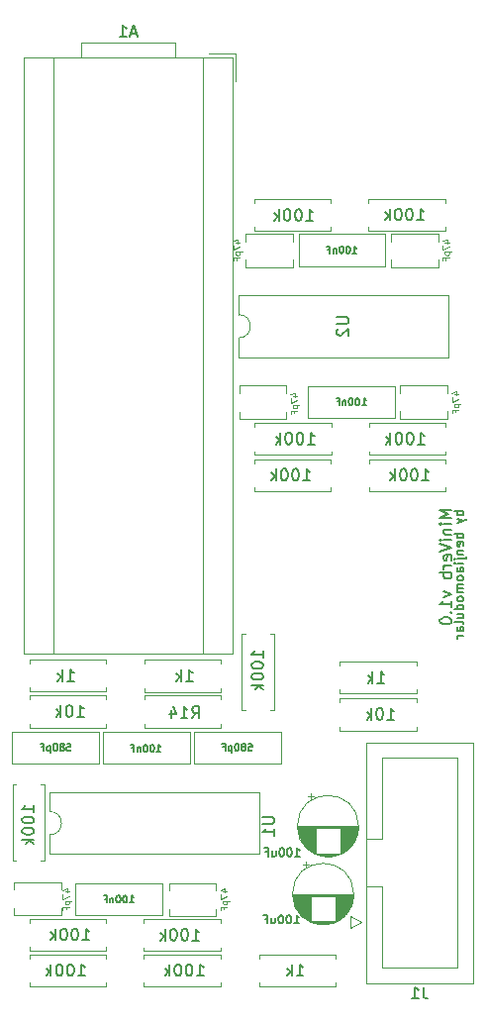
<source format=gbr>
%TF.GenerationSoftware,KiCad,Pcbnew,6.0.9+dfsg-1~bpo11+1*%
%TF.CreationDate,2023-01-13T02:31:34+08:00*%
%TF.ProjectId,MiniVerb - Back,4d696e69-5665-4726-9220-2d204261636b,rev?*%
%TF.SameCoordinates,Original*%
%TF.FileFunction,Legend,Bot*%
%TF.FilePolarity,Positive*%
%FSLAX46Y46*%
G04 Gerber Fmt 4.6, Leading zero omitted, Abs format (unit mm)*
G04 Created by KiCad (PCBNEW 6.0.9+dfsg-1~bpo11+1) date 2023-01-13 02:31:34*
%MOMM*%
%LPD*%
G01*
G04 APERTURE LIST*
%ADD10C,0.150000*%
%ADD11C,0.120000*%
G04 APERTURE END LIST*
D10*
X112752380Y-92066666D02*
X111752380Y-92066666D01*
X112466666Y-92400000D01*
X111752380Y-92733333D01*
X112752380Y-92733333D01*
X112752380Y-93209523D02*
X112085714Y-93209523D01*
X111752380Y-93209523D02*
X111800000Y-93161904D01*
X111847619Y-93209523D01*
X111800000Y-93257142D01*
X111752380Y-93209523D01*
X111847619Y-93209523D01*
X112085714Y-93685714D02*
X112752380Y-93685714D01*
X112180952Y-93685714D02*
X112133333Y-93733333D01*
X112085714Y-93828571D01*
X112085714Y-93971428D01*
X112133333Y-94066666D01*
X112228571Y-94114285D01*
X112752380Y-94114285D01*
X112752380Y-94590476D02*
X112085714Y-94590476D01*
X111752380Y-94590476D02*
X111800000Y-94542857D01*
X111847619Y-94590476D01*
X111800000Y-94638095D01*
X111752380Y-94590476D01*
X111847619Y-94590476D01*
X111752380Y-94923809D02*
X112752380Y-95257142D01*
X111752380Y-95590476D01*
X112704761Y-96304761D02*
X112752380Y-96209523D01*
X112752380Y-96019047D01*
X112704761Y-95923809D01*
X112609523Y-95876190D01*
X112228571Y-95876190D01*
X112133333Y-95923809D01*
X112085714Y-96019047D01*
X112085714Y-96209523D01*
X112133333Y-96304761D01*
X112228571Y-96352380D01*
X112323809Y-96352380D01*
X112419047Y-95876190D01*
X112752380Y-96780952D02*
X112085714Y-96780952D01*
X112276190Y-96780952D02*
X112180952Y-96828571D01*
X112133333Y-96876190D01*
X112085714Y-96971428D01*
X112085714Y-97066666D01*
X112752380Y-97400000D02*
X111752380Y-97400000D01*
X112133333Y-97400000D02*
X112085714Y-97495238D01*
X112085714Y-97685714D01*
X112133333Y-97780952D01*
X112180952Y-97828571D01*
X112276190Y-97876190D01*
X112561904Y-97876190D01*
X112657142Y-97828571D01*
X112704761Y-97780952D01*
X112752380Y-97685714D01*
X112752380Y-97495238D01*
X112704761Y-97400000D01*
X112085714Y-98971428D02*
X112752380Y-99209523D01*
X112085714Y-99447619D01*
X112752380Y-100352380D02*
X112752380Y-99780952D01*
X112752380Y-100066666D02*
X111752380Y-100066666D01*
X111895238Y-99971428D01*
X111990476Y-99876190D01*
X112038095Y-99780952D01*
X112657142Y-100780952D02*
X112704761Y-100828571D01*
X112752380Y-100780952D01*
X112704761Y-100733333D01*
X112657142Y-100780952D01*
X112752380Y-100780952D01*
X111752380Y-101447619D02*
X111752380Y-101542857D01*
X111800000Y-101638095D01*
X111847619Y-101685714D01*
X111942857Y-101733333D01*
X112133333Y-101780952D01*
X112371428Y-101780952D01*
X112561904Y-101733333D01*
X112657142Y-101685714D01*
X112704761Y-101638095D01*
X112752380Y-101542857D01*
X112752380Y-101447619D01*
X112704761Y-101352380D01*
X112657142Y-101304761D01*
X112561904Y-101257142D01*
X112371428Y-101209523D01*
X112133333Y-101209523D01*
X111942857Y-101257142D01*
X111847619Y-101304761D01*
X111800000Y-101352380D01*
X111752380Y-101447619D01*
X113761904Y-92109523D02*
X112961904Y-92109523D01*
X113266666Y-92109523D02*
X113228571Y-92185714D01*
X113228571Y-92338095D01*
X113266666Y-92414285D01*
X113304761Y-92452380D01*
X113380952Y-92490476D01*
X113609523Y-92490476D01*
X113685714Y-92452380D01*
X113723809Y-92414285D01*
X113761904Y-92338095D01*
X113761904Y-92185714D01*
X113723809Y-92109523D01*
X113228571Y-92757142D02*
X113761904Y-92947619D01*
X113228571Y-93138095D02*
X113761904Y-92947619D01*
X113952380Y-92871428D01*
X113990476Y-92833333D01*
X114028571Y-92757142D01*
X113761904Y-94052380D02*
X112961904Y-94052380D01*
X113266666Y-94052380D02*
X113228571Y-94128571D01*
X113228571Y-94280952D01*
X113266666Y-94357142D01*
X113304761Y-94395238D01*
X113380952Y-94433333D01*
X113609523Y-94433333D01*
X113685714Y-94395238D01*
X113723809Y-94357142D01*
X113761904Y-94280952D01*
X113761904Y-94128571D01*
X113723809Y-94052380D01*
X113723809Y-95080952D02*
X113761904Y-95004761D01*
X113761904Y-94852380D01*
X113723809Y-94776190D01*
X113647619Y-94738095D01*
X113342857Y-94738095D01*
X113266666Y-94776190D01*
X113228571Y-94852380D01*
X113228571Y-95004761D01*
X113266666Y-95080952D01*
X113342857Y-95119047D01*
X113419047Y-95119047D01*
X113495238Y-94738095D01*
X113228571Y-95461904D02*
X113761904Y-95461904D01*
X113304761Y-95461904D02*
X113266666Y-95500000D01*
X113228571Y-95576190D01*
X113228571Y-95690476D01*
X113266666Y-95766666D01*
X113342857Y-95804761D01*
X113761904Y-95804761D01*
X113228571Y-96185714D02*
X113914285Y-96185714D01*
X113990476Y-96147619D01*
X114028571Y-96071428D01*
X114028571Y-96033333D01*
X112961904Y-96185714D02*
X113000000Y-96147619D01*
X113038095Y-96185714D01*
X113000000Y-96223809D01*
X112961904Y-96185714D01*
X113038095Y-96185714D01*
X113761904Y-96566666D02*
X113228571Y-96566666D01*
X112961904Y-96566666D02*
X113000000Y-96528571D01*
X113038095Y-96566666D01*
X113000000Y-96604761D01*
X112961904Y-96566666D01*
X113038095Y-96566666D01*
X113761904Y-97290476D02*
X113342857Y-97290476D01*
X113266666Y-97252380D01*
X113228571Y-97176190D01*
X113228571Y-97023809D01*
X113266666Y-96947619D01*
X113723809Y-97290476D02*
X113761904Y-97214285D01*
X113761904Y-97023809D01*
X113723809Y-96947619D01*
X113647619Y-96909523D01*
X113571428Y-96909523D01*
X113495238Y-96947619D01*
X113457142Y-97023809D01*
X113457142Y-97214285D01*
X113419047Y-97290476D01*
X113761904Y-97785714D02*
X113723809Y-97709523D01*
X113685714Y-97671428D01*
X113609523Y-97633333D01*
X113380952Y-97633333D01*
X113304761Y-97671428D01*
X113266666Y-97709523D01*
X113228571Y-97785714D01*
X113228571Y-97900000D01*
X113266666Y-97976190D01*
X113304761Y-98014285D01*
X113380952Y-98052380D01*
X113609523Y-98052380D01*
X113685714Y-98014285D01*
X113723809Y-97976190D01*
X113761904Y-97900000D01*
X113761904Y-97785714D01*
X113761904Y-98395238D02*
X113228571Y-98395238D01*
X113304761Y-98395238D02*
X113266666Y-98433333D01*
X113228571Y-98509523D01*
X113228571Y-98623809D01*
X113266666Y-98700000D01*
X113342857Y-98738095D01*
X113761904Y-98738095D01*
X113342857Y-98738095D02*
X113266666Y-98776190D01*
X113228571Y-98852380D01*
X113228571Y-98966666D01*
X113266666Y-99042857D01*
X113342857Y-99080952D01*
X113761904Y-99080952D01*
X113761904Y-99576190D02*
X113723809Y-99500000D01*
X113685714Y-99461904D01*
X113609523Y-99423809D01*
X113380952Y-99423809D01*
X113304761Y-99461904D01*
X113266666Y-99500000D01*
X113228571Y-99576190D01*
X113228571Y-99690476D01*
X113266666Y-99766666D01*
X113304761Y-99804761D01*
X113380952Y-99842857D01*
X113609523Y-99842857D01*
X113685714Y-99804761D01*
X113723809Y-99766666D01*
X113761904Y-99690476D01*
X113761904Y-99576190D01*
X113761904Y-100528571D02*
X112961904Y-100528571D01*
X113723809Y-100528571D02*
X113761904Y-100452380D01*
X113761904Y-100300000D01*
X113723809Y-100223809D01*
X113685714Y-100185714D01*
X113609523Y-100147619D01*
X113380952Y-100147619D01*
X113304761Y-100185714D01*
X113266666Y-100223809D01*
X113228571Y-100300000D01*
X113228571Y-100452380D01*
X113266666Y-100528571D01*
X113228571Y-101252380D02*
X113761904Y-101252380D01*
X113228571Y-100909523D02*
X113647619Y-100909523D01*
X113723809Y-100947619D01*
X113761904Y-101023809D01*
X113761904Y-101138095D01*
X113723809Y-101214285D01*
X113685714Y-101252380D01*
X113761904Y-101747619D02*
X113723809Y-101671428D01*
X113647619Y-101633333D01*
X112961904Y-101633333D01*
X113761904Y-102395238D02*
X113342857Y-102395238D01*
X113266666Y-102357142D01*
X113228571Y-102280952D01*
X113228571Y-102128571D01*
X113266666Y-102052380D01*
X113723809Y-102395238D02*
X113761904Y-102319047D01*
X113761904Y-102128571D01*
X113723809Y-102052380D01*
X113647619Y-102014285D01*
X113571428Y-102014285D01*
X113495238Y-102052380D01*
X113457142Y-102128571D01*
X113457142Y-102319047D01*
X113419047Y-102395238D01*
X113761904Y-102776190D02*
X113228571Y-102776190D01*
X113380952Y-102776190D02*
X113304761Y-102814285D01*
X113266666Y-102852380D01*
X113228571Y-102928571D01*
X113228571Y-103004761D01*
%TO.C,R3*%
X100306428Y-67297380D02*
X100877857Y-67297380D01*
X100592142Y-67297380D02*
X100592142Y-66297380D01*
X100687380Y-66440238D01*
X100782619Y-66535476D01*
X100877857Y-66583095D01*
X99687380Y-66297380D02*
X99592142Y-66297380D01*
X99496904Y-66345000D01*
X99449285Y-66392619D01*
X99401666Y-66487857D01*
X99354047Y-66678333D01*
X99354047Y-66916428D01*
X99401666Y-67106904D01*
X99449285Y-67202142D01*
X99496904Y-67249761D01*
X99592142Y-67297380D01*
X99687380Y-67297380D01*
X99782619Y-67249761D01*
X99830238Y-67202142D01*
X99877857Y-67106904D01*
X99925476Y-66916428D01*
X99925476Y-66678333D01*
X99877857Y-66487857D01*
X99830238Y-66392619D01*
X99782619Y-66345000D01*
X99687380Y-66297380D01*
X98735000Y-66297380D02*
X98639761Y-66297380D01*
X98544523Y-66345000D01*
X98496904Y-66392619D01*
X98449285Y-66487857D01*
X98401666Y-66678333D01*
X98401666Y-66916428D01*
X98449285Y-67106904D01*
X98496904Y-67202142D01*
X98544523Y-67249761D01*
X98639761Y-67297380D01*
X98735000Y-67297380D01*
X98830238Y-67249761D01*
X98877857Y-67202142D01*
X98925476Y-67106904D01*
X98973095Y-66916428D01*
X98973095Y-66678333D01*
X98925476Y-66487857D01*
X98877857Y-66392619D01*
X98830238Y-66345000D01*
X98735000Y-66297380D01*
X97973095Y-67297380D02*
X97973095Y-66297380D01*
X97877857Y-66916428D02*
X97592142Y-67297380D01*
X97592142Y-66630714D02*
X97973095Y-67011666D01*
%TO.C,C3*%
X79852142Y-111991428D02*
X80137857Y-111991428D01*
X80166428Y-112277142D01*
X80137857Y-112248571D01*
X80080714Y-112220000D01*
X79937857Y-112220000D01*
X79880714Y-112248571D01*
X79852142Y-112277142D01*
X79823571Y-112334285D01*
X79823571Y-112477142D01*
X79852142Y-112534285D01*
X79880714Y-112562857D01*
X79937857Y-112591428D01*
X80080714Y-112591428D01*
X80137857Y-112562857D01*
X80166428Y-112534285D01*
X79480714Y-112248571D02*
X79537857Y-112220000D01*
X79566428Y-112191428D01*
X79595000Y-112134285D01*
X79595000Y-112105714D01*
X79566428Y-112048571D01*
X79537857Y-112020000D01*
X79480714Y-111991428D01*
X79366428Y-111991428D01*
X79309285Y-112020000D01*
X79280714Y-112048571D01*
X79252142Y-112105714D01*
X79252142Y-112134285D01*
X79280714Y-112191428D01*
X79309285Y-112220000D01*
X79366428Y-112248571D01*
X79480714Y-112248571D01*
X79537857Y-112277142D01*
X79566428Y-112305714D01*
X79595000Y-112362857D01*
X79595000Y-112477142D01*
X79566428Y-112534285D01*
X79537857Y-112562857D01*
X79480714Y-112591428D01*
X79366428Y-112591428D01*
X79309285Y-112562857D01*
X79280714Y-112534285D01*
X79252142Y-112477142D01*
X79252142Y-112362857D01*
X79280714Y-112305714D01*
X79309285Y-112277142D01*
X79366428Y-112248571D01*
X78880714Y-111991428D02*
X78823571Y-111991428D01*
X78766428Y-112020000D01*
X78737857Y-112048571D01*
X78709285Y-112105714D01*
X78680714Y-112220000D01*
X78680714Y-112362857D01*
X78709285Y-112477142D01*
X78737857Y-112534285D01*
X78766428Y-112562857D01*
X78823571Y-112591428D01*
X78880714Y-112591428D01*
X78937857Y-112562857D01*
X78966428Y-112534285D01*
X78995000Y-112477142D01*
X79023571Y-112362857D01*
X79023571Y-112220000D01*
X78995000Y-112105714D01*
X78966428Y-112048571D01*
X78937857Y-112020000D01*
X78880714Y-111991428D01*
X78423571Y-112191428D02*
X78423571Y-112791428D01*
X78423571Y-112220000D02*
X78366428Y-112191428D01*
X78252142Y-112191428D01*
X78195000Y-112220000D01*
X78166428Y-112248571D01*
X78137857Y-112305714D01*
X78137857Y-112477142D01*
X78166428Y-112534285D01*
X78195000Y-112562857D01*
X78252142Y-112591428D01*
X78366428Y-112591428D01*
X78423571Y-112562857D01*
X77680714Y-112277142D02*
X77880714Y-112277142D01*
X77880714Y-112591428D02*
X77880714Y-111991428D01*
X77595000Y-111991428D01*
%TO.C,R14*%
X90547857Y-109822380D02*
X90881190Y-109346190D01*
X91119285Y-109822380D02*
X91119285Y-108822380D01*
X90738333Y-108822380D01*
X90643095Y-108870000D01*
X90595476Y-108917619D01*
X90547857Y-109012857D01*
X90547857Y-109155714D01*
X90595476Y-109250952D01*
X90643095Y-109298571D01*
X90738333Y-109346190D01*
X91119285Y-109346190D01*
X89595476Y-109822380D02*
X90166904Y-109822380D01*
X89881190Y-109822380D02*
X89881190Y-108822380D01*
X89976428Y-108965238D01*
X90071666Y-109060476D01*
X90166904Y-109108095D01*
X88738333Y-109155714D02*
X88738333Y-109822380D01*
X88976428Y-108774761D02*
X89214523Y-109489047D01*
X88595476Y-109489047D01*
%TO.C,U1*%
X96577380Y-118288095D02*
X97386904Y-118288095D01*
X97482142Y-118335714D01*
X97529761Y-118383333D01*
X97577380Y-118478571D01*
X97577380Y-118669047D01*
X97529761Y-118764285D01*
X97482142Y-118811904D01*
X97386904Y-118859523D01*
X96577380Y-118859523D01*
X97577380Y-119859523D02*
X97577380Y-119288095D01*
X97577380Y-119573809D02*
X96577380Y-119573809D01*
X96720238Y-119478571D01*
X96815476Y-119383333D01*
X96863095Y-119288095D01*
%TO.C,C14*%
X105103571Y-83051428D02*
X105446428Y-83051428D01*
X105275000Y-83051428D02*
X105275000Y-82451428D01*
X105332142Y-82537142D01*
X105389285Y-82594285D01*
X105446428Y-82622857D01*
X104732142Y-82451428D02*
X104675000Y-82451428D01*
X104617857Y-82480000D01*
X104589285Y-82508571D01*
X104560714Y-82565714D01*
X104532142Y-82680000D01*
X104532142Y-82822857D01*
X104560714Y-82937142D01*
X104589285Y-82994285D01*
X104617857Y-83022857D01*
X104675000Y-83051428D01*
X104732142Y-83051428D01*
X104789285Y-83022857D01*
X104817857Y-82994285D01*
X104846428Y-82937142D01*
X104875000Y-82822857D01*
X104875000Y-82680000D01*
X104846428Y-82565714D01*
X104817857Y-82508571D01*
X104789285Y-82480000D01*
X104732142Y-82451428D01*
X104160714Y-82451428D02*
X104103571Y-82451428D01*
X104046428Y-82480000D01*
X104017857Y-82508571D01*
X103989285Y-82565714D01*
X103960714Y-82680000D01*
X103960714Y-82822857D01*
X103989285Y-82937142D01*
X104017857Y-82994285D01*
X104046428Y-83022857D01*
X104103571Y-83051428D01*
X104160714Y-83051428D01*
X104217857Y-83022857D01*
X104246428Y-82994285D01*
X104275000Y-82937142D01*
X104303571Y-82822857D01*
X104303571Y-82680000D01*
X104275000Y-82565714D01*
X104246428Y-82508571D01*
X104217857Y-82480000D01*
X104160714Y-82451428D01*
X103703571Y-82651428D02*
X103703571Y-83051428D01*
X103703571Y-82708571D02*
X103675000Y-82680000D01*
X103617857Y-82651428D01*
X103532142Y-82651428D01*
X103475000Y-82680000D01*
X103446428Y-82737142D01*
X103446428Y-83051428D01*
X102960714Y-82737142D02*
X103160714Y-82737142D01*
X103160714Y-83051428D02*
X103160714Y-82451428D01*
X102875000Y-82451428D01*
%TO.C,R6*%
X100056428Y-89502380D02*
X100627857Y-89502380D01*
X100342142Y-89502380D02*
X100342142Y-88502380D01*
X100437380Y-88645238D01*
X100532619Y-88740476D01*
X100627857Y-88788095D01*
X99437380Y-88502380D02*
X99342142Y-88502380D01*
X99246904Y-88550000D01*
X99199285Y-88597619D01*
X99151666Y-88692857D01*
X99104047Y-88883333D01*
X99104047Y-89121428D01*
X99151666Y-89311904D01*
X99199285Y-89407142D01*
X99246904Y-89454761D01*
X99342142Y-89502380D01*
X99437380Y-89502380D01*
X99532619Y-89454761D01*
X99580238Y-89407142D01*
X99627857Y-89311904D01*
X99675476Y-89121428D01*
X99675476Y-88883333D01*
X99627857Y-88692857D01*
X99580238Y-88597619D01*
X99532619Y-88550000D01*
X99437380Y-88502380D01*
X98485000Y-88502380D02*
X98389761Y-88502380D01*
X98294523Y-88550000D01*
X98246904Y-88597619D01*
X98199285Y-88692857D01*
X98151666Y-88883333D01*
X98151666Y-89121428D01*
X98199285Y-89311904D01*
X98246904Y-89407142D01*
X98294523Y-89454761D01*
X98389761Y-89502380D01*
X98485000Y-89502380D01*
X98580238Y-89454761D01*
X98627857Y-89407142D01*
X98675476Y-89311904D01*
X98723095Y-89121428D01*
X98723095Y-88883333D01*
X98675476Y-88692857D01*
X98627857Y-88597619D01*
X98580238Y-88550000D01*
X98485000Y-88502380D01*
X97723095Y-89502380D02*
X97723095Y-88502380D01*
X97627857Y-89121428D02*
X97342142Y-89502380D01*
X97342142Y-88835714D02*
X97723095Y-89216666D01*
D11*
%TO.C,C5*%
X93182142Y-124658333D02*
X93548809Y-124658333D01*
X92972619Y-124527380D02*
X93365476Y-124396428D01*
X93365476Y-124736904D01*
X92998809Y-124894047D02*
X92998809Y-125260714D01*
X93548809Y-125025000D01*
X93182142Y-125470238D02*
X93732142Y-125470238D01*
X93208333Y-125470238D02*
X93182142Y-125522619D01*
X93182142Y-125627380D01*
X93208333Y-125679761D01*
X93234523Y-125705952D01*
X93286904Y-125732142D01*
X93444047Y-125732142D01*
X93496428Y-125705952D01*
X93522619Y-125679761D01*
X93548809Y-125627380D01*
X93548809Y-125522619D01*
X93522619Y-125470238D01*
X93260714Y-126151190D02*
X93260714Y-125967857D01*
X93548809Y-125967857D02*
X92998809Y-125967857D01*
X92998809Y-126229761D01*
D10*
%TO.C,R5*%
X77013468Y-117853474D02*
X77013468Y-117282045D01*
X77013468Y-117567760D02*
X76013468Y-117567760D01*
X76156326Y-117472522D01*
X76251564Y-117377283D01*
X76299183Y-117282045D01*
X76013468Y-118472522D02*
X76013468Y-118567760D01*
X76061088Y-118662998D01*
X76108707Y-118710617D01*
X76203945Y-118758236D01*
X76394421Y-118805855D01*
X76632516Y-118805855D01*
X76822992Y-118758236D01*
X76918230Y-118710617D01*
X76965849Y-118662998D01*
X77013468Y-118567760D01*
X77013468Y-118472522D01*
X76965849Y-118377283D01*
X76918230Y-118329664D01*
X76822992Y-118282045D01*
X76632516Y-118234426D01*
X76394421Y-118234426D01*
X76203945Y-118282045D01*
X76108707Y-118329664D01*
X76061088Y-118377283D01*
X76013468Y-118472522D01*
X76013468Y-119424903D02*
X76013468Y-119520141D01*
X76061088Y-119615379D01*
X76108707Y-119662998D01*
X76203945Y-119710617D01*
X76394421Y-119758236D01*
X76632516Y-119758236D01*
X76822992Y-119710617D01*
X76918230Y-119662998D01*
X76965849Y-119615379D01*
X77013468Y-119520141D01*
X77013468Y-119424903D01*
X76965849Y-119329664D01*
X76918230Y-119282045D01*
X76822992Y-119234426D01*
X76632516Y-119186807D01*
X76394421Y-119186807D01*
X76203945Y-119234426D01*
X76108707Y-119282045D01*
X76061088Y-119329664D01*
X76013468Y-119424903D01*
X77013468Y-120186807D02*
X76013468Y-120186807D01*
X76632516Y-120282045D02*
X77013468Y-120567760D01*
X76346802Y-120567760D02*
X76727754Y-120186807D01*
%TO.C,R12*%
X90582516Y-128827283D02*
X91153945Y-128827283D01*
X90868230Y-128827283D02*
X90868230Y-127827283D01*
X90963468Y-127970141D01*
X91058707Y-128065379D01*
X91153945Y-128112998D01*
X89963468Y-127827283D02*
X89868230Y-127827283D01*
X89772992Y-127874903D01*
X89725373Y-127922522D01*
X89677754Y-128017760D01*
X89630135Y-128208236D01*
X89630135Y-128446331D01*
X89677754Y-128636807D01*
X89725373Y-128732045D01*
X89772992Y-128779664D01*
X89868230Y-128827283D01*
X89963468Y-128827283D01*
X90058707Y-128779664D01*
X90106326Y-128732045D01*
X90153945Y-128636807D01*
X90201564Y-128446331D01*
X90201564Y-128208236D01*
X90153945Y-128017760D01*
X90106326Y-127922522D01*
X90058707Y-127874903D01*
X89963468Y-127827283D01*
X89011088Y-127827283D02*
X88915849Y-127827283D01*
X88820611Y-127874903D01*
X88772992Y-127922522D01*
X88725373Y-128017760D01*
X88677754Y-128208236D01*
X88677754Y-128446331D01*
X88725373Y-128636807D01*
X88772992Y-128732045D01*
X88820611Y-128779664D01*
X88915849Y-128827283D01*
X89011088Y-128827283D01*
X89106326Y-128779664D01*
X89153945Y-128732045D01*
X89201564Y-128636807D01*
X89249183Y-128446331D01*
X89249183Y-128208236D01*
X89201564Y-128017760D01*
X89153945Y-127922522D01*
X89106326Y-127874903D01*
X89011088Y-127827283D01*
X88249183Y-128827283D02*
X88249183Y-127827283D01*
X88153945Y-128446331D02*
X87868230Y-128827283D01*
X87868230Y-128160617D02*
X88249183Y-128541569D01*
%TO.C,R8*%
X100446428Y-86402380D02*
X101017857Y-86402380D01*
X100732142Y-86402380D02*
X100732142Y-85402380D01*
X100827380Y-85545238D01*
X100922619Y-85640476D01*
X101017857Y-85688095D01*
X99827380Y-85402380D02*
X99732142Y-85402380D01*
X99636904Y-85450000D01*
X99589285Y-85497619D01*
X99541666Y-85592857D01*
X99494047Y-85783333D01*
X99494047Y-86021428D01*
X99541666Y-86211904D01*
X99589285Y-86307142D01*
X99636904Y-86354761D01*
X99732142Y-86402380D01*
X99827380Y-86402380D01*
X99922619Y-86354761D01*
X99970238Y-86307142D01*
X100017857Y-86211904D01*
X100065476Y-86021428D01*
X100065476Y-85783333D01*
X100017857Y-85592857D01*
X99970238Y-85497619D01*
X99922619Y-85450000D01*
X99827380Y-85402380D01*
X98875000Y-85402380D02*
X98779761Y-85402380D01*
X98684523Y-85450000D01*
X98636904Y-85497619D01*
X98589285Y-85592857D01*
X98541666Y-85783333D01*
X98541666Y-86021428D01*
X98589285Y-86211904D01*
X98636904Y-86307142D01*
X98684523Y-86354761D01*
X98779761Y-86402380D01*
X98875000Y-86402380D01*
X98970238Y-86354761D01*
X99017857Y-86307142D01*
X99065476Y-86211904D01*
X99113095Y-86021428D01*
X99113095Y-85783333D01*
X99065476Y-85592857D01*
X99017857Y-85497619D01*
X98970238Y-85450000D01*
X98875000Y-85402380D01*
X98113095Y-86402380D02*
X98113095Y-85402380D01*
X98017857Y-86021428D02*
X97732142Y-86402380D01*
X97732142Y-85735714D02*
X98113095Y-86116666D01*
D11*
%TO.C,C8*%
X112982142Y-82158333D02*
X113348809Y-82158333D01*
X112772619Y-82027380D02*
X113165476Y-81896428D01*
X113165476Y-82236904D01*
X112798809Y-82394047D02*
X112798809Y-82760714D01*
X113348809Y-82525000D01*
X112982142Y-82970238D02*
X113532142Y-82970238D01*
X113008333Y-82970238D02*
X112982142Y-83022619D01*
X112982142Y-83127380D01*
X113008333Y-83179761D01*
X113034523Y-83205952D01*
X113086904Y-83232142D01*
X113244047Y-83232142D01*
X113296428Y-83205952D01*
X113322619Y-83179761D01*
X113348809Y-83127380D01*
X113348809Y-83022619D01*
X113322619Y-82970238D01*
X113060714Y-83651190D02*
X113060714Y-83467857D01*
X113348809Y-83467857D02*
X112798809Y-83467857D01*
X112798809Y-83729761D01*
D10*
%TO.C,R10*%
X79864047Y-106632380D02*
X80435476Y-106632380D01*
X80149761Y-106632380D02*
X80149761Y-105632380D01*
X80245000Y-105775238D01*
X80340238Y-105870476D01*
X80435476Y-105918095D01*
X79435476Y-106632380D02*
X79435476Y-105632380D01*
X79340238Y-106251428D02*
X79054523Y-106632380D01*
X79054523Y-105965714D02*
X79435476Y-106346666D01*
D11*
%TO.C,C2*%
X79682142Y-124658333D02*
X80048809Y-124658333D01*
X79472619Y-124527380D02*
X79865476Y-124396428D01*
X79865476Y-124736904D01*
X79498809Y-124894047D02*
X79498809Y-125260714D01*
X80048809Y-125025000D01*
X79682142Y-125470238D02*
X80232142Y-125470238D01*
X79708333Y-125470238D02*
X79682142Y-125522619D01*
X79682142Y-125627380D01*
X79708333Y-125679761D01*
X79734523Y-125705952D01*
X79786904Y-125732142D01*
X79944047Y-125732142D01*
X79996428Y-125705952D01*
X80022619Y-125679761D01*
X80048809Y-125627380D01*
X80048809Y-125522619D01*
X80022619Y-125470238D01*
X79760714Y-126151190D02*
X79760714Y-125967857D01*
X80048809Y-125967857D02*
X79498809Y-125967857D01*
X79498809Y-126229761D01*
D10*
%TO.C,R13*%
X96627380Y-104638571D02*
X96627380Y-104067142D01*
X96627380Y-104352857D02*
X95627380Y-104352857D01*
X95770238Y-104257619D01*
X95865476Y-104162380D01*
X95913095Y-104067142D01*
X95627380Y-105257619D02*
X95627380Y-105352857D01*
X95675000Y-105448095D01*
X95722619Y-105495714D01*
X95817857Y-105543333D01*
X96008333Y-105590952D01*
X96246428Y-105590952D01*
X96436904Y-105543333D01*
X96532142Y-105495714D01*
X96579761Y-105448095D01*
X96627380Y-105352857D01*
X96627380Y-105257619D01*
X96579761Y-105162380D01*
X96532142Y-105114761D01*
X96436904Y-105067142D01*
X96246428Y-105019523D01*
X96008333Y-105019523D01*
X95817857Y-105067142D01*
X95722619Y-105114761D01*
X95675000Y-105162380D01*
X95627380Y-105257619D01*
X95627380Y-106210000D02*
X95627380Y-106305238D01*
X95675000Y-106400476D01*
X95722619Y-106448095D01*
X95817857Y-106495714D01*
X96008333Y-106543333D01*
X96246428Y-106543333D01*
X96436904Y-106495714D01*
X96532142Y-106448095D01*
X96579761Y-106400476D01*
X96627380Y-106305238D01*
X96627380Y-106210000D01*
X96579761Y-106114761D01*
X96532142Y-106067142D01*
X96436904Y-106019523D01*
X96246428Y-105971904D01*
X96008333Y-105971904D01*
X95817857Y-106019523D01*
X95722619Y-106067142D01*
X95675000Y-106114761D01*
X95627380Y-106210000D01*
X96627380Y-106971904D02*
X95627380Y-106971904D01*
X96246428Y-107067142D02*
X96627380Y-107352857D01*
X95960714Y-107352857D02*
X96341666Y-106971904D01*
%TO.C,R15*%
X90034047Y-106652380D02*
X90605476Y-106652380D01*
X90319761Y-106652380D02*
X90319761Y-105652380D01*
X90415000Y-105795238D01*
X90510238Y-105890476D01*
X90605476Y-105938095D01*
X89605476Y-106652380D02*
X89605476Y-105652380D01*
X89510238Y-106271428D02*
X89224523Y-106652380D01*
X89224523Y-105985714D02*
X89605476Y-106366666D01*
%TO.C,R4*%
X81187516Y-128802283D02*
X81758945Y-128802283D01*
X81473230Y-128802283D02*
X81473230Y-127802283D01*
X81568468Y-127945141D01*
X81663707Y-128040379D01*
X81758945Y-128087998D01*
X80568468Y-127802283D02*
X80473230Y-127802283D01*
X80377992Y-127849903D01*
X80330373Y-127897522D01*
X80282754Y-127992760D01*
X80235135Y-128183236D01*
X80235135Y-128421331D01*
X80282754Y-128611807D01*
X80330373Y-128707045D01*
X80377992Y-128754664D01*
X80473230Y-128802283D01*
X80568468Y-128802283D01*
X80663707Y-128754664D01*
X80711326Y-128707045D01*
X80758945Y-128611807D01*
X80806564Y-128421331D01*
X80806564Y-128183236D01*
X80758945Y-127992760D01*
X80711326Y-127897522D01*
X80663707Y-127849903D01*
X80568468Y-127802283D01*
X79616088Y-127802283D02*
X79520849Y-127802283D01*
X79425611Y-127849903D01*
X79377992Y-127897522D01*
X79330373Y-127992760D01*
X79282754Y-128183236D01*
X79282754Y-128421331D01*
X79330373Y-128611807D01*
X79377992Y-128707045D01*
X79425611Y-128754664D01*
X79520849Y-128802283D01*
X79616088Y-128802283D01*
X79711326Y-128754664D01*
X79758945Y-128707045D01*
X79806564Y-128611807D01*
X79854183Y-128421331D01*
X79854183Y-128183236D01*
X79806564Y-127992760D01*
X79758945Y-127897522D01*
X79711326Y-127849903D01*
X79616088Y-127802283D01*
X78854183Y-128802283D02*
X78854183Y-127802283D01*
X78758945Y-128421331D02*
X78473230Y-128802283D01*
X78473230Y-128135617D02*
X78854183Y-128516569D01*
%TO.C,R7*%
X80710238Y-109712380D02*
X81281666Y-109712380D01*
X80995952Y-109712380D02*
X80995952Y-108712380D01*
X81091190Y-108855238D01*
X81186428Y-108950476D01*
X81281666Y-108998095D01*
X80091190Y-108712380D02*
X79995952Y-108712380D01*
X79900714Y-108760000D01*
X79853095Y-108807619D01*
X79805476Y-108902857D01*
X79757857Y-109093333D01*
X79757857Y-109331428D01*
X79805476Y-109521904D01*
X79853095Y-109617142D01*
X79900714Y-109664761D01*
X79995952Y-109712380D01*
X80091190Y-109712380D01*
X80186428Y-109664761D01*
X80234047Y-109617142D01*
X80281666Y-109521904D01*
X80329285Y-109331428D01*
X80329285Y-109093333D01*
X80281666Y-108902857D01*
X80234047Y-108807619D01*
X80186428Y-108760000D01*
X80091190Y-108712380D01*
X79329285Y-109712380D02*
X79329285Y-108712380D01*
X79234047Y-109331428D02*
X78948333Y-109712380D01*
X78948333Y-109045714D02*
X79329285Y-109426666D01*
%TO.C,R9*%
X99504047Y-131852380D02*
X100075476Y-131852380D01*
X99789761Y-131852380D02*
X99789761Y-130852380D01*
X99885000Y-130995238D01*
X99980238Y-131090476D01*
X100075476Y-131138095D01*
X99075476Y-131852380D02*
X99075476Y-130852380D01*
X98980238Y-131471428D02*
X98694523Y-131852380D01*
X98694523Y-131185714D02*
X99075476Y-131566666D01*
%TO.C,C9*%
X99286333Y-127364666D02*
X99686333Y-127364666D01*
X99486333Y-127364666D02*
X99486333Y-126664666D01*
X99553000Y-126764666D01*
X99619666Y-126831333D01*
X99686333Y-126864666D01*
X98853000Y-126664666D02*
X98786333Y-126664666D01*
X98719666Y-126698000D01*
X98686333Y-126731333D01*
X98653000Y-126798000D01*
X98619666Y-126931333D01*
X98619666Y-127098000D01*
X98653000Y-127231333D01*
X98686333Y-127298000D01*
X98719666Y-127331333D01*
X98786333Y-127364666D01*
X98853000Y-127364666D01*
X98919666Y-127331333D01*
X98953000Y-127298000D01*
X98986333Y-127231333D01*
X99019666Y-127098000D01*
X99019666Y-126931333D01*
X98986333Y-126798000D01*
X98953000Y-126731333D01*
X98919666Y-126698000D01*
X98853000Y-126664666D01*
X98186333Y-126664666D02*
X98119666Y-126664666D01*
X98053000Y-126698000D01*
X98019666Y-126731333D01*
X97986333Y-126798000D01*
X97953000Y-126931333D01*
X97953000Y-127098000D01*
X97986333Y-127231333D01*
X98019666Y-127298000D01*
X98053000Y-127331333D01*
X98119666Y-127364666D01*
X98186333Y-127364666D01*
X98253000Y-127331333D01*
X98286333Y-127298000D01*
X98319666Y-127231333D01*
X98353000Y-127098000D01*
X98353000Y-126931333D01*
X98319666Y-126798000D01*
X98286333Y-126731333D01*
X98253000Y-126698000D01*
X98186333Y-126664666D01*
X97353000Y-126898000D02*
X97353000Y-127364666D01*
X97653000Y-126898000D02*
X97653000Y-127264666D01*
X97619666Y-127331333D01*
X97553000Y-127364666D01*
X97453000Y-127364666D01*
X97386333Y-127331333D01*
X97353000Y-127298000D01*
X96786333Y-126998000D02*
X97019666Y-126998000D01*
X97019666Y-127364666D02*
X97019666Y-126664666D01*
X96686333Y-126664666D01*
%TO.C,R21*%
X107260238Y-109952380D02*
X107831666Y-109952380D01*
X107545952Y-109952380D02*
X107545952Y-108952380D01*
X107641190Y-109095238D01*
X107736428Y-109190476D01*
X107831666Y-109238095D01*
X106641190Y-108952380D02*
X106545952Y-108952380D01*
X106450714Y-109000000D01*
X106403095Y-109047619D01*
X106355476Y-109142857D01*
X106307857Y-109333333D01*
X106307857Y-109571428D01*
X106355476Y-109761904D01*
X106403095Y-109857142D01*
X106450714Y-109904761D01*
X106545952Y-109952380D01*
X106641190Y-109952380D01*
X106736428Y-109904761D01*
X106784047Y-109857142D01*
X106831666Y-109761904D01*
X106879285Y-109571428D01*
X106879285Y-109333333D01*
X106831666Y-109142857D01*
X106784047Y-109047619D01*
X106736428Y-109000000D01*
X106641190Y-108952380D01*
X105879285Y-109952380D02*
X105879285Y-108952380D01*
X105784047Y-109571428D02*
X105498333Y-109952380D01*
X105498333Y-109285714D02*
X105879285Y-109666666D01*
%TO.C,R19*%
X109856428Y-86402380D02*
X110427857Y-86402380D01*
X110142142Y-86402380D02*
X110142142Y-85402380D01*
X110237380Y-85545238D01*
X110332619Y-85640476D01*
X110427857Y-85688095D01*
X109237380Y-85402380D02*
X109142142Y-85402380D01*
X109046904Y-85450000D01*
X108999285Y-85497619D01*
X108951666Y-85592857D01*
X108904047Y-85783333D01*
X108904047Y-86021428D01*
X108951666Y-86211904D01*
X108999285Y-86307142D01*
X109046904Y-86354761D01*
X109142142Y-86402380D01*
X109237380Y-86402380D01*
X109332619Y-86354761D01*
X109380238Y-86307142D01*
X109427857Y-86211904D01*
X109475476Y-86021428D01*
X109475476Y-85783333D01*
X109427857Y-85592857D01*
X109380238Y-85497619D01*
X109332619Y-85450000D01*
X109237380Y-85402380D01*
X108285000Y-85402380D02*
X108189761Y-85402380D01*
X108094523Y-85450000D01*
X108046904Y-85497619D01*
X107999285Y-85592857D01*
X107951666Y-85783333D01*
X107951666Y-86021428D01*
X107999285Y-86211904D01*
X108046904Y-86307142D01*
X108094523Y-86354761D01*
X108189761Y-86402380D01*
X108285000Y-86402380D01*
X108380238Y-86354761D01*
X108427857Y-86307142D01*
X108475476Y-86211904D01*
X108523095Y-86021428D01*
X108523095Y-85783333D01*
X108475476Y-85592857D01*
X108427857Y-85497619D01*
X108380238Y-85450000D01*
X108285000Y-85402380D01*
X107523095Y-86402380D02*
X107523095Y-85402380D01*
X107427857Y-86021428D02*
X107142142Y-86402380D01*
X107142142Y-85735714D02*
X107523095Y-86116666D01*
%TO.C,C6*%
X95382142Y-112001428D02*
X95667857Y-112001428D01*
X95696428Y-112287142D01*
X95667857Y-112258571D01*
X95610714Y-112230000D01*
X95467857Y-112230000D01*
X95410714Y-112258571D01*
X95382142Y-112287142D01*
X95353571Y-112344285D01*
X95353571Y-112487142D01*
X95382142Y-112544285D01*
X95410714Y-112572857D01*
X95467857Y-112601428D01*
X95610714Y-112601428D01*
X95667857Y-112572857D01*
X95696428Y-112544285D01*
X95010714Y-112258571D02*
X95067857Y-112230000D01*
X95096428Y-112201428D01*
X95125000Y-112144285D01*
X95125000Y-112115714D01*
X95096428Y-112058571D01*
X95067857Y-112030000D01*
X95010714Y-112001428D01*
X94896428Y-112001428D01*
X94839285Y-112030000D01*
X94810714Y-112058571D01*
X94782142Y-112115714D01*
X94782142Y-112144285D01*
X94810714Y-112201428D01*
X94839285Y-112230000D01*
X94896428Y-112258571D01*
X95010714Y-112258571D01*
X95067857Y-112287142D01*
X95096428Y-112315714D01*
X95125000Y-112372857D01*
X95125000Y-112487142D01*
X95096428Y-112544285D01*
X95067857Y-112572857D01*
X95010714Y-112601428D01*
X94896428Y-112601428D01*
X94839285Y-112572857D01*
X94810714Y-112544285D01*
X94782142Y-112487142D01*
X94782142Y-112372857D01*
X94810714Y-112315714D01*
X94839285Y-112287142D01*
X94896428Y-112258571D01*
X94410714Y-112001428D02*
X94353571Y-112001428D01*
X94296428Y-112030000D01*
X94267857Y-112058571D01*
X94239285Y-112115714D01*
X94210714Y-112230000D01*
X94210714Y-112372857D01*
X94239285Y-112487142D01*
X94267857Y-112544285D01*
X94296428Y-112572857D01*
X94353571Y-112601428D01*
X94410714Y-112601428D01*
X94467857Y-112572857D01*
X94496428Y-112544285D01*
X94525000Y-112487142D01*
X94553571Y-112372857D01*
X94553571Y-112230000D01*
X94525000Y-112115714D01*
X94496428Y-112058571D01*
X94467857Y-112030000D01*
X94410714Y-112001428D01*
X93953571Y-112201428D02*
X93953571Y-112801428D01*
X93953571Y-112230000D02*
X93896428Y-112201428D01*
X93782142Y-112201428D01*
X93725000Y-112230000D01*
X93696428Y-112258571D01*
X93667857Y-112315714D01*
X93667857Y-112487142D01*
X93696428Y-112544285D01*
X93725000Y-112572857D01*
X93782142Y-112601428D01*
X93896428Y-112601428D01*
X93953571Y-112572857D01*
X93210714Y-112287142D02*
X93410714Y-112287142D01*
X93410714Y-112601428D02*
X93410714Y-112001428D01*
X93125000Y-112001428D01*
%TO.C,R17*%
X109806428Y-67247380D02*
X110377857Y-67247380D01*
X110092142Y-67247380D02*
X110092142Y-66247380D01*
X110187380Y-66390238D01*
X110282619Y-66485476D01*
X110377857Y-66533095D01*
X109187380Y-66247380D02*
X109092142Y-66247380D01*
X108996904Y-66295000D01*
X108949285Y-66342619D01*
X108901666Y-66437857D01*
X108854047Y-66628333D01*
X108854047Y-66866428D01*
X108901666Y-67056904D01*
X108949285Y-67152142D01*
X108996904Y-67199761D01*
X109092142Y-67247380D01*
X109187380Y-67247380D01*
X109282619Y-67199761D01*
X109330238Y-67152142D01*
X109377857Y-67056904D01*
X109425476Y-66866428D01*
X109425476Y-66628333D01*
X109377857Y-66437857D01*
X109330238Y-66342619D01*
X109282619Y-66295000D01*
X109187380Y-66247380D01*
X108235000Y-66247380D02*
X108139761Y-66247380D01*
X108044523Y-66295000D01*
X107996904Y-66342619D01*
X107949285Y-66437857D01*
X107901666Y-66628333D01*
X107901666Y-66866428D01*
X107949285Y-67056904D01*
X107996904Y-67152142D01*
X108044523Y-67199761D01*
X108139761Y-67247380D01*
X108235000Y-67247380D01*
X108330238Y-67199761D01*
X108377857Y-67152142D01*
X108425476Y-67056904D01*
X108473095Y-66866428D01*
X108473095Y-66628333D01*
X108425476Y-66437857D01*
X108377857Y-66342619D01*
X108330238Y-66295000D01*
X108235000Y-66247380D01*
X107473095Y-67247380D02*
X107473095Y-66247380D01*
X107377857Y-66866428D02*
X107092142Y-67247380D01*
X107092142Y-66580714D02*
X107473095Y-66961666D01*
%TO.C,R11*%
X90972516Y-131852283D02*
X91543945Y-131852283D01*
X91258230Y-131852283D02*
X91258230Y-130852283D01*
X91353468Y-130995141D01*
X91448707Y-131090379D01*
X91543945Y-131137998D01*
X90353468Y-130852283D02*
X90258230Y-130852283D01*
X90162992Y-130899903D01*
X90115373Y-130947522D01*
X90067754Y-131042760D01*
X90020135Y-131233236D01*
X90020135Y-131471331D01*
X90067754Y-131661807D01*
X90115373Y-131757045D01*
X90162992Y-131804664D01*
X90258230Y-131852283D01*
X90353468Y-131852283D01*
X90448707Y-131804664D01*
X90496326Y-131757045D01*
X90543945Y-131661807D01*
X90591564Y-131471331D01*
X90591564Y-131233236D01*
X90543945Y-131042760D01*
X90496326Y-130947522D01*
X90448707Y-130899903D01*
X90353468Y-130852283D01*
X89401088Y-130852283D02*
X89305849Y-130852283D01*
X89210611Y-130899903D01*
X89162992Y-130947522D01*
X89115373Y-131042760D01*
X89067754Y-131233236D01*
X89067754Y-131471331D01*
X89115373Y-131661807D01*
X89162992Y-131757045D01*
X89210611Y-131804664D01*
X89305849Y-131852283D01*
X89401088Y-131852283D01*
X89496326Y-131804664D01*
X89543945Y-131757045D01*
X89591564Y-131661807D01*
X89639183Y-131471331D01*
X89639183Y-131233236D01*
X89591564Y-131042760D01*
X89543945Y-130947522D01*
X89496326Y-130899903D01*
X89401088Y-130852283D01*
X88639183Y-131852283D02*
X88639183Y-130852283D01*
X88543945Y-131471331D02*
X88258230Y-131852283D01*
X88258230Y-131185617D02*
X88639183Y-131566569D01*
%TO.C,R20*%
X106404047Y-106802380D02*
X106975476Y-106802380D01*
X106689761Y-106802380D02*
X106689761Y-105802380D01*
X106785000Y-105945238D01*
X106880238Y-106040476D01*
X106975476Y-106088095D01*
X105975476Y-106802380D02*
X105975476Y-105802380D01*
X105880238Y-106421428D02*
X105594523Y-106802380D01*
X105594523Y-106135714D02*
X105975476Y-106516666D01*
%TO.C,C10*%
X99352333Y-121636666D02*
X99752333Y-121636666D01*
X99552333Y-121636666D02*
X99552333Y-120936666D01*
X99619000Y-121036666D01*
X99685666Y-121103333D01*
X99752333Y-121136666D01*
X98919000Y-120936666D02*
X98852333Y-120936666D01*
X98785666Y-120970000D01*
X98752333Y-121003333D01*
X98719000Y-121070000D01*
X98685666Y-121203333D01*
X98685666Y-121370000D01*
X98719000Y-121503333D01*
X98752333Y-121570000D01*
X98785666Y-121603333D01*
X98852333Y-121636666D01*
X98919000Y-121636666D01*
X98985666Y-121603333D01*
X99019000Y-121570000D01*
X99052333Y-121503333D01*
X99085666Y-121370000D01*
X99085666Y-121203333D01*
X99052333Y-121070000D01*
X99019000Y-121003333D01*
X98985666Y-120970000D01*
X98919000Y-120936666D01*
X98252333Y-120936666D02*
X98185666Y-120936666D01*
X98119000Y-120970000D01*
X98085666Y-121003333D01*
X98052333Y-121070000D01*
X98019000Y-121203333D01*
X98019000Y-121370000D01*
X98052333Y-121503333D01*
X98085666Y-121570000D01*
X98119000Y-121603333D01*
X98185666Y-121636666D01*
X98252333Y-121636666D01*
X98319000Y-121603333D01*
X98352333Y-121570000D01*
X98385666Y-121503333D01*
X98419000Y-121370000D01*
X98419000Y-121203333D01*
X98385666Y-121070000D01*
X98352333Y-121003333D01*
X98319000Y-120970000D01*
X98252333Y-120936666D01*
X97419000Y-121170000D02*
X97419000Y-121636666D01*
X97719000Y-121170000D02*
X97719000Y-121536666D01*
X97685666Y-121603333D01*
X97619000Y-121636666D01*
X97519000Y-121636666D01*
X97452333Y-121603333D01*
X97419000Y-121570000D01*
X96852333Y-121270000D02*
X97085666Y-121270000D01*
X97085666Y-121636666D02*
X97085666Y-120936666D01*
X96752333Y-120936666D01*
%TO.C,C13*%
X104303571Y-70071428D02*
X104646428Y-70071428D01*
X104475000Y-70071428D02*
X104475000Y-69471428D01*
X104532142Y-69557142D01*
X104589285Y-69614285D01*
X104646428Y-69642857D01*
X103932142Y-69471428D02*
X103875000Y-69471428D01*
X103817857Y-69500000D01*
X103789285Y-69528571D01*
X103760714Y-69585714D01*
X103732142Y-69700000D01*
X103732142Y-69842857D01*
X103760714Y-69957142D01*
X103789285Y-70014285D01*
X103817857Y-70042857D01*
X103875000Y-70071428D01*
X103932142Y-70071428D01*
X103989285Y-70042857D01*
X104017857Y-70014285D01*
X104046428Y-69957142D01*
X104075000Y-69842857D01*
X104075000Y-69700000D01*
X104046428Y-69585714D01*
X104017857Y-69528571D01*
X103989285Y-69500000D01*
X103932142Y-69471428D01*
X103360714Y-69471428D02*
X103303571Y-69471428D01*
X103246428Y-69500000D01*
X103217857Y-69528571D01*
X103189285Y-69585714D01*
X103160714Y-69700000D01*
X103160714Y-69842857D01*
X103189285Y-69957142D01*
X103217857Y-70014285D01*
X103246428Y-70042857D01*
X103303571Y-70071428D01*
X103360714Y-70071428D01*
X103417857Y-70042857D01*
X103446428Y-70014285D01*
X103475000Y-69957142D01*
X103503571Y-69842857D01*
X103503571Y-69700000D01*
X103475000Y-69585714D01*
X103446428Y-69528571D01*
X103417857Y-69500000D01*
X103360714Y-69471428D01*
X102903571Y-69671428D02*
X102903571Y-70071428D01*
X102903571Y-69728571D02*
X102875000Y-69700000D01*
X102817857Y-69671428D01*
X102732142Y-69671428D01*
X102675000Y-69700000D01*
X102646428Y-69757142D01*
X102646428Y-70071428D01*
X102160714Y-69757142D02*
X102360714Y-69757142D01*
X102360714Y-70071428D02*
X102360714Y-69471428D01*
X102075000Y-69471428D01*
%TO.C,U2*%
X102947380Y-75538095D02*
X103756904Y-75538095D01*
X103852142Y-75585714D01*
X103899761Y-75633333D01*
X103947380Y-75728571D01*
X103947380Y-75919047D01*
X103899761Y-76014285D01*
X103852142Y-76061904D01*
X103756904Y-76109523D01*
X102947380Y-76109523D01*
X103042619Y-76538095D02*
X102995000Y-76585714D01*
X102947380Y-76680952D01*
X102947380Y-76919047D01*
X102995000Y-77014285D01*
X103042619Y-77061904D01*
X103137857Y-77109523D01*
X103233095Y-77109523D01*
X103375952Y-77061904D01*
X103947380Y-76490476D01*
X103947380Y-77109523D01*
%TO.C,J1*%
X110350833Y-132807380D02*
X110350833Y-133521666D01*
X110398452Y-133664523D01*
X110493690Y-133759761D01*
X110636547Y-133807380D01*
X110731785Y-133807380D01*
X109350833Y-133807380D02*
X109922261Y-133807380D01*
X109636547Y-133807380D02*
X109636547Y-132807380D01*
X109731785Y-132950238D01*
X109827023Y-133045476D01*
X109922261Y-133093095D01*
%TO.C,C11*%
X87533571Y-112686428D02*
X87876428Y-112686428D01*
X87705000Y-112686428D02*
X87705000Y-112086428D01*
X87762142Y-112172142D01*
X87819285Y-112229285D01*
X87876428Y-112257857D01*
X87162142Y-112086428D02*
X87105000Y-112086428D01*
X87047857Y-112115000D01*
X87019285Y-112143571D01*
X86990714Y-112200714D01*
X86962142Y-112315000D01*
X86962142Y-112457857D01*
X86990714Y-112572142D01*
X87019285Y-112629285D01*
X87047857Y-112657857D01*
X87105000Y-112686428D01*
X87162142Y-112686428D01*
X87219285Y-112657857D01*
X87247857Y-112629285D01*
X87276428Y-112572142D01*
X87305000Y-112457857D01*
X87305000Y-112315000D01*
X87276428Y-112200714D01*
X87247857Y-112143571D01*
X87219285Y-112115000D01*
X87162142Y-112086428D01*
X86590714Y-112086428D02*
X86533571Y-112086428D01*
X86476428Y-112115000D01*
X86447857Y-112143571D01*
X86419285Y-112200714D01*
X86390714Y-112315000D01*
X86390714Y-112457857D01*
X86419285Y-112572142D01*
X86447857Y-112629285D01*
X86476428Y-112657857D01*
X86533571Y-112686428D01*
X86590714Y-112686428D01*
X86647857Y-112657857D01*
X86676428Y-112629285D01*
X86705000Y-112572142D01*
X86733571Y-112457857D01*
X86733571Y-112315000D01*
X86705000Y-112200714D01*
X86676428Y-112143571D01*
X86647857Y-112115000D01*
X86590714Y-112086428D01*
X86133571Y-112286428D02*
X86133571Y-112686428D01*
X86133571Y-112343571D02*
X86105000Y-112315000D01*
X86047857Y-112286428D01*
X85962142Y-112286428D01*
X85905000Y-112315000D01*
X85876428Y-112372142D01*
X85876428Y-112686428D01*
X85390714Y-112372142D02*
X85590714Y-112372142D01*
X85590714Y-112686428D02*
X85590714Y-112086428D01*
X85305000Y-112086428D01*
D11*
%TO.C,C4*%
X99182142Y-82258333D02*
X99548809Y-82258333D01*
X98972619Y-82127380D02*
X99365476Y-81996428D01*
X99365476Y-82336904D01*
X98998809Y-82494047D02*
X98998809Y-82860714D01*
X99548809Y-82625000D01*
X99182142Y-83070238D02*
X99732142Y-83070238D01*
X99208333Y-83070238D02*
X99182142Y-83122619D01*
X99182142Y-83227380D01*
X99208333Y-83279761D01*
X99234523Y-83305952D01*
X99286904Y-83332142D01*
X99444047Y-83332142D01*
X99496428Y-83305952D01*
X99522619Y-83279761D01*
X99548809Y-83227380D01*
X99548809Y-83122619D01*
X99522619Y-83070238D01*
X99260714Y-83751190D02*
X99260714Y-83567857D01*
X99548809Y-83567857D02*
X98998809Y-83567857D01*
X98998809Y-83829761D01*
D10*
%TO.C,C12*%
X85214659Y-125596331D02*
X85557516Y-125596331D01*
X85386088Y-125596331D02*
X85386088Y-124996331D01*
X85443230Y-125082045D01*
X85500373Y-125139188D01*
X85557516Y-125167760D01*
X84843230Y-124996331D02*
X84786088Y-124996331D01*
X84728945Y-125024903D01*
X84700373Y-125053474D01*
X84671802Y-125110617D01*
X84643230Y-125224903D01*
X84643230Y-125367760D01*
X84671802Y-125482045D01*
X84700373Y-125539188D01*
X84728945Y-125567760D01*
X84786088Y-125596331D01*
X84843230Y-125596331D01*
X84900373Y-125567760D01*
X84928945Y-125539188D01*
X84957516Y-125482045D01*
X84986088Y-125367760D01*
X84986088Y-125224903D01*
X84957516Y-125110617D01*
X84928945Y-125053474D01*
X84900373Y-125024903D01*
X84843230Y-124996331D01*
X84271802Y-124996331D02*
X84214659Y-124996331D01*
X84157516Y-125024903D01*
X84128945Y-125053474D01*
X84100373Y-125110617D01*
X84071802Y-125224903D01*
X84071802Y-125367760D01*
X84100373Y-125482045D01*
X84128945Y-125539188D01*
X84157516Y-125567760D01*
X84214659Y-125596331D01*
X84271802Y-125596331D01*
X84328945Y-125567760D01*
X84357516Y-125539188D01*
X84386088Y-125482045D01*
X84414659Y-125367760D01*
X84414659Y-125224903D01*
X84386088Y-125110617D01*
X84357516Y-125053474D01*
X84328945Y-125024903D01*
X84271802Y-124996331D01*
X83814659Y-125196331D02*
X83814659Y-125596331D01*
X83814659Y-125253474D02*
X83786088Y-125224903D01*
X83728945Y-125196331D01*
X83643230Y-125196331D01*
X83586088Y-125224903D01*
X83557516Y-125282045D01*
X83557516Y-125596331D01*
X83071802Y-125282045D02*
X83271802Y-125282045D01*
X83271802Y-125596331D02*
X83271802Y-124996331D01*
X82986088Y-124996331D01*
D11*
%TO.C,C7*%
X112182142Y-69158333D02*
X112548809Y-69158333D01*
X111972619Y-69027380D02*
X112365476Y-68896428D01*
X112365476Y-69236904D01*
X111998809Y-69394047D02*
X111998809Y-69760714D01*
X112548809Y-69525000D01*
X112182142Y-69970238D02*
X112732142Y-69970238D01*
X112208333Y-69970238D02*
X112182142Y-70022619D01*
X112182142Y-70127380D01*
X112208333Y-70179761D01*
X112234523Y-70205952D01*
X112286904Y-70232142D01*
X112444047Y-70232142D01*
X112496428Y-70205952D01*
X112522619Y-70179761D01*
X112548809Y-70127380D01*
X112548809Y-70022619D01*
X112522619Y-69970238D01*
X112260714Y-70651190D02*
X112260714Y-70467857D01*
X112548809Y-70467857D02*
X111998809Y-70467857D01*
X111998809Y-70729761D01*
D10*
%TO.C,A1*%
X85796785Y-51266666D02*
X85320595Y-51266666D01*
X85892023Y-51552380D02*
X85558690Y-50552380D01*
X85225357Y-51552380D01*
X84368214Y-51552380D02*
X84939642Y-51552380D01*
X84653928Y-51552380D02*
X84653928Y-50552380D01*
X84749166Y-50695238D01*
X84844404Y-50790476D01*
X84939642Y-50838095D01*
%TO.C,R18*%
X110236428Y-89502380D02*
X110807857Y-89502380D01*
X110522142Y-89502380D02*
X110522142Y-88502380D01*
X110617380Y-88645238D01*
X110712619Y-88740476D01*
X110807857Y-88788095D01*
X109617380Y-88502380D02*
X109522142Y-88502380D01*
X109426904Y-88550000D01*
X109379285Y-88597619D01*
X109331666Y-88692857D01*
X109284047Y-88883333D01*
X109284047Y-89121428D01*
X109331666Y-89311904D01*
X109379285Y-89407142D01*
X109426904Y-89454761D01*
X109522142Y-89502380D01*
X109617380Y-89502380D01*
X109712619Y-89454761D01*
X109760238Y-89407142D01*
X109807857Y-89311904D01*
X109855476Y-89121428D01*
X109855476Y-88883333D01*
X109807857Y-88692857D01*
X109760238Y-88597619D01*
X109712619Y-88550000D01*
X109617380Y-88502380D01*
X108665000Y-88502380D02*
X108569761Y-88502380D01*
X108474523Y-88550000D01*
X108426904Y-88597619D01*
X108379285Y-88692857D01*
X108331666Y-88883333D01*
X108331666Y-89121428D01*
X108379285Y-89311904D01*
X108426904Y-89407142D01*
X108474523Y-89454761D01*
X108569761Y-89502380D01*
X108665000Y-89502380D01*
X108760238Y-89454761D01*
X108807857Y-89407142D01*
X108855476Y-89311904D01*
X108903095Y-89121428D01*
X108903095Y-88883333D01*
X108855476Y-88692857D01*
X108807857Y-88597619D01*
X108760238Y-88550000D01*
X108665000Y-88502380D01*
X107903095Y-89502380D02*
X107903095Y-88502380D01*
X107807857Y-89121428D02*
X107522142Y-89502380D01*
X107522142Y-88835714D02*
X107903095Y-89216666D01*
%TO.C,R2*%
X80817516Y-131852283D02*
X81388945Y-131852283D01*
X81103230Y-131852283D02*
X81103230Y-130852283D01*
X81198468Y-130995141D01*
X81293707Y-131090379D01*
X81388945Y-131137998D01*
X80198468Y-130852283D02*
X80103230Y-130852283D01*
X80007992Y-130899903D01*
X79960373Y-130947522D01*
X79912754Y-131042760D01*
X79865135Y-131233236D01*
X79865135Y-131471331D01*
X79912754Y-131661807D01*
X79960373Y-131757045D01*
X80007992Y-131804664D01*
X80103230Y-131852283D01*
X80198468Y-131852283D01*
X80293707Y-131804664D01*
X80341326Y-131757045D01*
X80388945Y-131661807D01*
X80436564Y-131471331D01*
X80436564Y-131233236D01*
X80388945Y-131042760D01*
X80341326Y-130947522D01*
X80293707Y-130899903D01*
X80198468Y-130852283D01*
X79246088Y-130852283D02*
X79150849Y-130852283D01*
X79055611Y-130899903D01*
X79007992Y-130947522D01*
X78960373Y-131042760D01*
X78912754Y-131233236D01*
X78912754Y-131471331D01*
X78960373Y-131661807D01*
X79007992Y-131757045D01*
X79055611Y-131804664D01*
X79150849Y-131852283D01*
X79246088Y-131852283D01*
X79341326Y-131804664D01*
X79388945Y-131757045D01*
X79436564Y-131661807D01*
X79484183Y-131471331D01*
X79484183Y-131233236D01*
X79436564Y-131042760D01*
X79388945Y-130947522D01*
X79341326Y-130899903D01*
X79246088Y-130852283D01*
X78484183Y-131852283D02*
X78484183Y-130852283D01*
X78388945Y-131471331D02*
X78103230Y-131852283D01*
X78103230Y-131185617D02*
X78484183Y-131566569D01*
D11*
%TO.C,C1*%
X94282142Y-69158333D02*
X94648809Y-69158333D01*
X94072619Y-69027380D02*
X94465476Y-68896428D01*
X94465476Y-69236904D01*
X94098809Y-69394047D02*
X94098809Y-69760714D01*
X94648809Y-69525000D01*
X94282142Y-69970238D02*
X94832142Y-69970238D01*
X94308333Y-69970238D02*
X94282142Y-70022619D01*
X94282142Y-70127380D01*
X94308333Y-70179761D01*
X94334523Y-70205952D01*
X94386904Y-70232142D01*
X94544047Y-70232142D01*
X94596428Y-70205952D01*
X94622619Y-70179761D01*
X94648809Y-70127380D01*
X94648809Y-70022619D01*
X94622619Y-69970238D01*
X94360714Y-70651190D02*
X94360714Y-70467857D01*
X94648809Y-70467857D02*
X94098809Y-70467857D01*
X94098809Y-70729761D01*
%TO.C,R3*%
X95865000Y-65425000D02*
X102405000Y-65425000D01*
X102405000Y-68165000D02*
X102405000Y-67835000D01*
X95865000Y-67835000D02*
X95865000Y-68165000D01*
X102405000Y-65425000D02*
X102405000Y-65755000D01*
X95865000Y-65755000D02*
X95865000Y-65425000D01*
X95865000Y-68165000D02*
X102405000Y-68165000D01*
%TO.C,C3*%
X75175000Y-113690000D02*
X75175000Y-110950000D01*
X75175000Y-110950000D02*
X82615000Y-110950000D01*
X75175000Y-113690000D02*
X82615000Y-113690000D01*
X82615000Y-113690000D02*
X82615000Y-110950000D01*
%TO.C,R14*%
X86455000Y-110640000D02*
X86455000Y-110310000D01*
X92995000Y-107900000D02*
X86455000Y-107900000D01*
X92995000Y-110310000D02*
X92995000Y-110640000D01*
X92995000Y-110640000D02*
X86455000Y-110640000D01*
X86455000Y-107900000D02*
X86455000Y-108230000D01*
X92995000Y-108230000D02*
X92995000Y-107900000D01*
%TO.C,U1*%
X78381088Y-116144903D02*
X96281088Y-116144903D01*
X78381088Y-117794903D02*
X78381088Y-116144903D01*
X78381088Y-121444903D02*
X78381088Y-119794903D01*
X96281088Y-121444903D02*
X78381088Y-121444903D01*
X96281088Y-116144903D02*
X96281088Y-121444903D01*
X78381088Y-119794903D02*
G75*
G03*
X78381088Y-117794903I0J1000000D01*
G01*
%TO.C,C14*%
X107895000Y-81410000D02*
X100455000Y-81410000D01*
X107895000Y-84150000D02*
X100455000Y-84150000D01*
X107895000Y-81410000D02*
X107895000Y-84150000D01*
X100455000Y-81410000D02*
X100455000Y-84150000D01*
%TO.C,R6*%
X95905000Y-90420000D02*
X95905000Y-90090000D01*
X102445000Y-88010000D02*
X102445000Y-87680000D01*
X102445000Y-90090000D02*
X102445000Y-90420000D01*
X95905000Y-87680000D02*
X95905000Y-88010000D01*
X102445000Y-87680000D02*
X95905000Y-87680000D01*
X102445000Y-90420000D02*
X95905000Y-90420000D01*
%TO.C,C5*%
X92606088Y-126744903D02*
X88566088Y-126744903D01*
X92606088Y-123904903D02*
X88566088Y-123904903D01*
X92606088Y-126119903D02*
X92606088Y-126744903D01*
X88566088Y-126119903D02*
X88566088Y-126744903D01*
X88566088Y-123904903D02*
X88566088Y-124529903D01*
X92606088Y-123904903D02*
X92606088Y-124529903D01*
%TO.C,R5*%
X77931088Y-115464903D02*
X77931088Y-122004903D01*
X77601088Y-115464903D02*
X77931088Y-115464903D01*
X75191088Y-122004903D02*
X75521088Y-122004903D01*
X77931088Y-122004903D02*
X77601088Y-122004903D01*
X75191088Y-115464903D02*
X75191088Y-122004903D01*
X75521088Y-115464903D02*
X75191088Y-115464903D01*
%TO.C,R12*%
X86431088Y-129744903D02*
X86431088Y-129414903D01*
X92971088Y-129744903D02*
X86431088Y-129744903D01*
X92971088Y-127004903D02*
X86431088Y-127004903D01*
X92971088Y-127334903D02*
X92971088Y-127004903D01*
X86431088Y-127004903D02*
X86431088Y-127334903D01*
X92971088Y-129414903D02*
X92971088Y-129744903D01*
%TO.C,R8*%
X95915000Y-86990000D02*
X95915000Y-87320000D01*
X95915000Y-84580000D02*
X102455000Y-84580000D01*
X102455000Y-87320000D02*
X102455000Y-86990000D01*
X95915000Y-84910000D02*
X95915000Y-84580000D01*
X102455000Y-84580000D02*
X102455000Y-84910000D01*
X95915000Y-87320000D02*
X102455000Y-87320000D01*
%TO.C,C8*%
X112395000Y-81380000D02*
X108355000Y-81380000D01*
X112395000Y-83595000D02*
X112395000Y-84220000D01*
X108355000Y-81380000D02*
X108355000Y-82005000D01*
X112395000Y-84220000D02*
X108355000Y-84220000D01*
X108355000Y-83595000D02*
X108355000Y-84220000D01*
X112395000Y-81380000D02*
X112395000Y-82005000D01*
%TO.C,R10*%
X83205000Y-105140000D02*
X83205000Y-104810000D01*
X76665000Y-104810000D02*
X76665000Y-105140000D01*
X76665000Y-107550000D02*
X76665000Y-107220000D01*
X83205000Y-107550000D02*
X76665000Y-107550000D01*
X83205000Y-104810000D02*
X76665000Y-104810000D01*
X83205000Y-107220000D02*
X83205000Y-107550000D01*
%TO.C,C2*%
X75316088Y-124479903D02*
X75316088Y-123854903D01*
X75316088Y-123854903D02*
X79356088Y-123854903D01*
X75316088Y-126694903D02*
X79356088Y-126694903D01*
X79356088Y-126694903D02*
X79356088Y-126069903D01*
X75316088Y-126694903D02*
X75316088Y-126069903D01*
X79356088Y-124479903D02*
X79356088Y-123854903D01*
%TO.C,R13*%
X95135000Y-109170000D02*
X94805000Y-109170000D01*
X97545000Y-102630000D02*
X97215000Y-102630000D01*
X94805000Y-102630000D02*
X95135000Y-102630000D01*
X97545000Y-109170000D02*
X97545000Y-102630000D01*
X97215000Y-109170000D02*
X97545000Y-109170000D01*
X94805000Y-109170000D02*
X94805000Y-102630000D01*
%TO.C,R15*%
X86455000Y-104830000D02*
X92995000Y-104830000D01*
X86455000Y-105160000D02*
X86455000Y-104830000D01*
X92995000Y-104830000D02*
X92995000Y-105160000D01*
X92995000Y-107570000D02*
X92995000Y-107240000D01*
X86455000Y-107240000D02*
X86455000Y-107570000D01*
X86455000Y-107570000D02*
X92995000Y-107570000D01*
%TO.C,R4*%
X83196088Y-129719903D02*
X83196088Y-129389903D01*
X83196088Y-126979903D02*
X83196088Y-127309903D01*
X76656088Y-127309903D02*
X76656088Y-126979903D01*
X76656088Y-126979903D02*
X83196088Y-126979903D01*
X76656088Y-129719903D02*
X83196088Y-129719903D01*
X76656088Y-129389903D02*
X76656088Y-129719903D01*
%TO.C,R7*%
X76655000Y-110300000D02*
X76655000Y-110630000D01*
X83195000Y-110630000D02*
X83195000Y-110300000D01*
X76655000Y-108220000D02*
X76655000Y-107890000D01*
X76655000Y-110630000D02*
X83195000Y-110630000D01*
X83195000Y-107890000D02*
X83195000Y-108220000D01*
X76655000Y-107890000D02*
X83195000Y-107890000D01*
%TO.C,R9*%
X102845000Y-130030000D02*
X96305000Y-130030000D01*
X96305000Y-130030000D02*
X96305000Y-130360000D01*
X102845000Y-132770000D02*
X96305000Y-132770000D01*
X102845000Y-130360000D02*
X102845000Y-130030000D01*
X102845000Y-132440000D02*
X102845000Y-132770000D01*
X96305000Y-132770000D02*
X96305000Y-132440000D01*
%TO.C,C9*%
X99827000Y-120125888D02*
X101135000Y-120125888D01*
X101164000Y-121445888D02*
X103186000Y-121445888D01*
X100856000Y-121285888D02*
X101135000Y-121285888D01*
X103215000Y-120445888D02*
X104350000Y-120445888D01*
X103215000Y-120965888D02*
X103918000Y-120965888D01*
X103215000Y-121165888D02*
X103675000Y-121165888D01*
X99810000Y-120085888D02*
X101135000Y-120085888D01*
X103215000Y-120245888D02*
X104465000Y-120245888D01*
X103215000Y-120925888D02*
X103960000Y-120925888D01*
X103215000Y-120485888D02*
X104324000Y-120485888D01*
X99597000Y-119164888D02*
X104753000Y-119164888D01*
X100171000Y-120685888D02*
X101135000Y-120685888D01*
X100390000Y-120925888D02*
X101135000Y-120925888D01*
X99632000Y-119484888D02*
X101135000Y-119484888D01*
X100924000Y-121325888D02*
X101135000Y-121325888D01*
X103215000Y-120085888D02*
X104540000Y-120085888D01*
X99595000Y-119044888D02*
X104755000Y-119044888D01*
X100140000Y-120645888D02*
X101135000Y-120645888D01*
X99674000Y-119684888D02*
X101135000Y-119684888D01*
X103215000Y-120885888D02*
X104001000Y-120885888D01*
X103215000Y-119805888D02*
X104643000Y-119805888D01*
X99885000Y-120245888D02*
X101135000Y-120245888D01*
X100274000Y-120805888D02*
X101135000Y-120805888D01*
X103215000Y-121285888D02*
X103494000Y-121285888D01*
X103215000Y-120805888D02*
X104076000Y-120805888D01*
X103215000Y-119885888D02*
X104617000Y-119885888D01*
X101498000Y-121565888D02*
X102852000Y-121565888D01*
X103215000Y-119965888D02*
X104589000Y-119965888D01*
X99606000Y-119284888D02*
X101135000Y-119284888D01*
X103215000Y-120645888D02*
X104210000Y-120645888D01*
X99625000Y-119444888D02*
X101135000Y-119444888D01*
X103215000Y-120525888D02*
X104297000Y-120525888D01*
X103215000Y-119604888D02*
X104695000Y-119604888D01*
X100732000Y-121205888D02*
X101135000Y-121205888D01*
X103215000Y-120045888D02*
X104557000Y-120045888D01*
X103215000Y-120365888D02*
X104399000Y-120365888D01*
X100026000Y-120485888D02*
X101135000Y-120485888D01*
X103215000Y-120685888D02*
X104179000Y-120685888D01*
X103215000Y-119724888D02*
X104666000Y-119724888D01*
X100997000Y-121365888D02*
X103353000Y-121365888D01*
X103215000Y-119444888D02*
X104725000Y-119444888D01*
X101891000Y-121645888D02*
X102459000Y-121645888D01*
X99664000Y-119644888D02*
X101135000Y-119644888D01*
X103215000Y-121205888D02*
X103618000Y-121205888D01*
X103215000Y-119484888D02*
X104718000Y-119484888D01*
X103215000Y-121325888D02*
X103426000Y-121325888D01*
X99928000Y-120325888D02*
X101135000Y-120325888D01*
X99595000Y-119084888D02*
X104755000Y-119084888D01*
X99720000Y-119845888D02*
X101135000Y-119845888D01*
X99761000Y-119965888D02*
X101135000Y-119965888D01*
X103215000Y-120765888D02*
X104112000Y-120765888D01*
X99951000Y-120365888D02*
X101135000Y-120365888D01*
X101370000Y-121525888D02*
X102980000Y-121525888D01*
X103215000Y-119364888D02*
X104736000Y-119364888D01*
X103215000Y-119644888D02*
X104686000Y-119644888D01*
X103215000Y-121245888D02*
X103558000Y-121245888D01*
X99614000Y-119364888D02*
X101135000Y-119364888D01*
X100476000Y-121005888D02*
X101135000Y-121005888D01*
X99602000Y-119244888D02*
X104748000Y-119244888D01*
X103215000Y-120605888D02*
X104240000Y-120605888D01*
X103215000Y-120405888D02*
X104375000Y-120405888D01*
X103215000Y-119925888D02*
X104603000Y-119925888D01*
X99846000Y-120165888D02*
X101135000Y-120165888D01*
X99639000Y-119524888D02*
X101135000Y-119524888D01*
X100675000Y-121165888D02*
X101135000Y-121165888D01*
X99610000Y-119324888D02*
X101135000Y-119324888D01*
X103215000Y-121005888D02*
X103874000Y-121005888D01*
X100450000Y-116490113D02*
X100950000Y-116490113D01*
X99975000Y-120405888D02*
X101135000Y-120405888D01*
X103215000Y-120125888D02*
X104523000Y-120125888D01*
X100080000Y-120565888D02*
X101135000Y-120565888D01*
X103215000Y-120565888D02*
X104270000Y-120565888D01*
X99684000Y-119724888D02*
X101135000Y-119724888D01*
X100238000Y-120765888D02*
X101135000Y-120765888D01*
X103215000Y-119284888D02*
X104744000Y-119284888D01*
X100432000Y-120965888D02*
X101135000Y-120965888D01*
X103215000Y-120325888D02*
X104422000Y-120325888D01*
X103215000Y-119404888D02*
X104731000Y-119404888D01*
X103215000Y-119564888D02*
X104703000Y-119564888D01*
X99777000Y-120005888D02*
X101135000Y-120005888D01*
X99865000Y-120205888D02*
X101135000Y-120205888D01*
X99599000Y-119204888D02*
X104751000Y-119204888D01*
X100110000Y-120605888D02*
X101135000Y-120605888D01*
X100311000Y-120845888D02*
X101135000Y-120845888D01*
X100621000Y-121125888D02*
X101135000Y-121125888D01*
X99707000Y-119805888D02*
X101135000Y-119805888D01*
X101077000Y-121405888D02*
X103273000Y-121405888D01*
X103215000Y-120165888D02*
X104504000Y-120165888D01*
X103215000Y-119765888D02*
X104655000Y-119765888D01*
X100204000Y-120725888D02*
X101135000Y-120725888D01*
X99596000Y-119124888D02*
X104754000Y-119124888D01*
X103215000Y-121085888D02*
X103780000Y-121085888D01*
X103215000Y-120285888D02*
X104443000Y-120285888D01*
X100700000Y-116240113D02*
X100700000Y-116740113D01*
X103215000Y-119845888D02*
X104630000Y-119845888D01*
X100792000Y-121245888D02*
X101135000Y-121245888D01*
X103215000Y-119324888D02*
X104740000Y-119324888D01*
X101260000Y-121485888D02*
X103090000Y-121485888D01*
X100349000Y-120885888D02*
X101135000Y-120885888D01*
X103215000Y-119684888D02*
X104676000Y-119684888D01*
X99907000Y-120285888D02*
X101135000Y-120285888D01*
X99695000Y-119765888D02*
X101135000Y-119765888D01*
X103215000Y-119524888D02*
X104711000Y-119524888D01*
X99733000Y-119885888D02*
X101135000Y-119885888D01*
X99647000Y-119564888D02*
X101135000Y-119564888D01*
X100053000Y-120525888D02*
X101135000Y-120525888D01*
X103215000Y-120725888D02*
X104146000Y-120725888D01*
X103215000Y-121125888D02*
X103729000Y-121125888D01*
X103215000Y-121045888D02*
X103828000Y-121045888D01*
X103215000Y-120205888D02*
X104485000Y-120205888D01*
X100570000Y-121085888D02*
X101135000Y-121085888D01*
X100522000Y-121045888D02*
X101135000Y-121045888D01*
X100000000Y-120445888D02*
X101135000Y-120445888D01*
X99747000Y-119925888D02*
X101135000Y-119925888D01*
X103215000Y-120005888D02*
X104573000Y-120005888D01*
X99655000Y-119604888D02*
X101135000Y-119604888D01*
X99619000Y-119404888D02*
X101135000Y-119404888D01*
X99793000Y-120045888D02*
X101135000Y-120045888D01*
X101657000Y-121605888D02*
X102693000Y-121605888D01*
X103215000Y-120845888D02*
X104039000Y-120845888D01*
X104795000Y-119044888D02*
G75*
G03*
X104795000Y-119044888I-2620000J0D01*
G01*
%TO.C,R21*%
X103205000Y-110870000D02*
X109745000Y-110870000D01*
X109745000Y-108130000D02*
X109745000Y-108460000D01*
X103205000Y-108130000D02*
X109745000Y-108130000D01*
X103205000Y-108460000D02*
X103205000Y-108130000D01*
X103205000Y-110540000D02*
X103205000Y-110870000D01*
X109745000Y-110870000D02*
X109745000Y-110540000D01*
%TO.C,R19*%
X112245000Y-84580000D02*
X105705000Y-84580000D01*
X105705000Y-84580000D02*
X105705000Y-84910000D01*
X112245000Y-84910000D02*
X112245000Y-84580000D01*
X112245000Y-86990000D02*
X112245000Y-87320000D01*
X112245000Y-87320000D02*
X105705000Y-87320000D01*
X105705000Y-87320000D02*
X105705000Y-86990000D01*
%TO.C,C6*%
X98145000Y-110960000D02*
X98145000Y-113700000D01*
X98145000Y-110960000D02*
X90705000Y-110960000D01*
X98145000Y-113700000D02*
X90705000Y-113700000D01*
X90705000Y-110960000D02*
X90705000Y-113700000D01*
%TO.C,R17*%
X112195000Y-65425000D02*
X105655000Y-65425000D01*
X105655000Y-68165000D02*
X105655000Y-67835000D01*
X112195000Y-67835000D02*
X112195000Y-68165000D01*
X112195000Y-68165000D02*
X105655000Y-68165000D01*
X112195000Y-65755000D02*
X112195000Y-65425000D01*
X105655000Y-65425000D02*
X105655000Y-65755000D01*
%TO.C,R11*%
X92981088Y-132769903D02*
X92981088Y-132439903D01*
X86441088Y-130359903D02*
X86441088Y-130029903D01*
X86441088Y-130029903D02*
X92981088Y-130029903D01*
X86441088Y-132439903D02*
X86441088Y-132769903D01*
X86441088Y-132769903D02*
X92981088Y-132769903D01*
X92981088Y-130029903D02*
X92981088Y-130359903D01*
%TO.C,R20*%
X103205000Y-104980000D02*
X103205000Y-105310000D01*
X109745000Y-105310000D02*
X109745000Y-104980000D01*
X109745000Y-107390000D02*
X109745000Y-107720000D01*
X109745000Y-104980000D02*
X103205000Y-104980000D01*
X109745000Y-107720000D02*
X103205000Y-107720000D01*
X103205000Y-107720000D02*
X103205000Y-107390000D01*
%TO.C,C10*%
X99209000Y-125250000D02*
X100719000Y-125250000D01*
X100154000Y-126891000D02*
X100719000Y-126891000D01*
X102799000Y-125571000D02*
X104239000Y-125571000D01*
X100034000Y-122295225D02*
X100534000Y-122295225D01*
X102799000Y-125090000D02*
X104328000Y-125090000D01*
X102799000Y-125250000D02*
X104309000Y-125250000D01*
X99610000Y-126291000D02*
X100719000Y-126291000D01*
X99512000Y-126131000D02*
X100719000Y-126131000D01*
X102799000Y-127051000D02*
X103142000Y-127051000D01*
X99895000Y-126651000D02*
X100719000Y-126651000D01*
X102799000Y-126771000D02*
X103502000Y-126771000D01*
X100581000Y-127171000D02*
X102937000Y-127171000D01*
X102799000Y-126691000D02*
X103585000Y-126691000D01*
X102799000Y-126571000D02*
X103696000Y-126571000D01*
X102799000Y-126731000D02*
X103544000Y-126731000D01*
X99535000Y-126171000D02*
X100719000Y-126171000D01*
X99239000Y-125410000D02*
X100719000Y-125410000D01*
X99317000Y-125691000D02*
X100719000Y-125691000D01*
X102799000Y-126931000D02*
X103313000Y-126931000D01*
X102799000Y-126091000D02*
X104027000Y-126091000D01*
X100376000Y-127051000D02*
X100719000Y-127051000D01*
X100316000Y-127011000D02*
X100719000Y-127011000D01*
X100060000Y-126811000D02*
X100719000Y-126811000D01*
X99559000Y-126211000D02*
X100719000Y-126211000D01*
X102799000Y-125771000D02*
X104173000Y-125771000D01*
X100205000Y-126931000D02*
X100719000Y-126931000D01*
X102799000Y-125811000D02*
X104157000Y-125811000D01*
X102799000Y-126451000D02*
X103794000Y-126451000D01*
X99183000Y-125010000D02*
X104335000Y-125010000D01*
X99858000Y-126611000D02*
X100719000Y-126611000D01*
X99190000Y-125090000D02*
X100719000Y-125090000D01*
X102799000Y-126411000D02*
X103824000Y-126411000D01*
X99430000Y-125971000D02*
X100719000Y-125971000D01*
X102799000Y-126651000D02*
X103623000Y-126651000D01*
X99291000Y-125611000D02*
X100719000Y-125611000D01*
X102799000Y-126171000D02*
X103983000Y-126171000D01*
X99203000Y-125210000D02*
X100719000Y-125210000D01*
X102799000Y-125931000D02*
X104107000Y-125931000D01*
X99449000Y-126011000D02*
X100719000Y-126011000D01*
X99331000Y-125731000D02*
X100719000Y-125731000D01*
X99664000Y-126371000D02*
X100719000Y-126371000D01*
X99788000Y-126531000D02*
X100719000Y-126531000D01*
X102799000Y-125370000D02*
X104287000Y-125370000D01*
X99411000Y-125931000D02*
X100719000Y-125931000D01*
X100440000Y-127091000D02*
X100719000Y-127091000D01*
X102799000Y-127131000D02*
X103010000Y-127131000D01*
X102799000Y-125651000D02*
X104214000Y-125651000D01*
X102799000Y-125891000D02*
X104124000Y-125891000D01*
X99755000Y-126491000D02*
X100719000Y-126491000D01*
X99694000Y-126411000D02*
X100719000Y-126411000D01*
X99974000Y-126731000D02*
X100719000Y-126731000D01*
X99248000Y-125450000D02*
X100719000Y-125450000D01*
X101082000Y-127371000D02*
X102436000Y-127371000D01*
X102799000Y-125731000D02*
X104187000Y-125731000D01*
X99637000Y-126331000D02*
X100719000Y-126331000D01*
X102799000Y-126491000D02*
X103763000Y-126491000D01*
X99304000Y-125651000D02*
X100719000Y-125651000D01*
X102799000Y-125410000D02*
X104279000Y-125410000D01*
X101475000Y-127451000D02*
X102043000Y-127451000D01*
X100284000Y-122045225D02*
X100284000Y-122545225D01*
X99198000Y-125170000D02*
X100719000Y-125170000D01*
X100844000Y-127291000D02*
X102674000Y-127291000D01*
X102799000Y-126971000D02*
X103259000Y-126971000D01*
X102799000Y-125691000D02*
X104201000Y-125691000D01*
X102799000Y-126331000D02*
X103881000Y-126331000D01*
X99822000Y-126571000D02*
X100719000Y-126571000D01*
X102799000Y-125210000D02*
X104315000Y-125210000D01*
X100106000Y-126851000D02*
X100719000Y-126851000D01*
X99361000Y-125811000D02*
X100719000Y-125811000D01*
X102799000Y-126011000D02*
X104069000Y-126011000D01*
X102799000Y-126371000D02*
X103854000Y-126371000D01*
X100259000Y-126971000D02*
X100719000Y-126971000D01*
X102799000Y-126611000D02*
X103660000Y-126611000D01*
X102799000Y-126851000D02*
X103412000Y-126851000D01*
X100748000Y-127251000D02*
X102770000Y-127251000D01*
X102799000Y-125490000D02*
X104260000Y-125490000D01*
X100661000Y-127211000D02*
X102857000Y-127211000D01*
X100016000Y-126771000D02*
X100719000Y-126771000D01*
X102799000Y-126291000D02*
X103908000Y-126291000D01*
X102799000Y-126891000D02*
X103364000Y-126891000D01*
X102799000Y-125450000D02*
X104270000Y-125450000D01*
X99279000Y-125571000D02*
X100719000Y-125571000D01*
X102799000Y-125611000D02*
X104227000Y-125611000D01*
X102799000Y-127091000D02*
X103078000Y-127091000D01*
X99186000Y-125050000D02*
X104332000Y-125050000D01*
X102799000Y-126531000D02*
X103730000Y-126531000D01*
X99194000Y-125130000D02*
X100719000Y-125130000D01*
X102799000Y-126131000D02*
X104006000Y-126131000D01*
X99394000Y-125891000D02*
X100719000Y-125891000D01*
X102799000Y-126251000D02*
X103934000Y-126251000D01*
X99179000Y-124890000D02*
X104339000Y-124890000D01*
X102799000Y-127011000D02*
X103202000Y-127011000D01*
X102799000Y-126051000D02*
X104049000Y-126051000D01*
X99223000Y-125330000D02*
X100719000Y-125330000D01*
X99216000Y-125290000D02*
X100719000Y-125290000D01*
X102799000Y-125330000D02*
X104295000Y-125330000D01*
X100954000Y-127331000D02*
X102564000Y-127331000D01*
X99491000Y-126091000D02*
X100719000Y-126091000D01*
X99377000Y-125851000D02*
X100719000Y-125851000D01*
X99258000Y-125490000D02*
X100719000Y-125490000D01*
X102799000Y-125851000D02*
X104141000Y-125851000D01*
X102799000Y-125530000D02*
X104250000Y-125530000D01*
X102799000Y-125130000D02*
X104324000Y-125130000D01*
X99584000Y-126251000D02*
X100719000Y-126251000D01*
X99724000Y-126451000D02*
X100719000Y-126451000D01*
X102799000Y-126811000D02*
X103458000Y-126811000D01*
X99268000Y-125530000D02*
X100719000Y-125530000D01*
X99180000Y-124930000D02*
X104338000Y-124930000D01*
X100508000Y-127131000D02*
X100719000Y-127131000D01*
X102799000Y-125170000D02*
X104320000Y-125170000D01*
X102799000Y-125290000D02*
X104302000Y-125290000D01*
X99181000Y-124970000D02*
X104337000Y-124970000D01*
X99933000Y-126691000D02*
X100719000Y-126691000D01*
X99231000Y-125370000D02*
X100719000Y-125370000D01*
X99345000Y-125771000D02*
X100719000Y-125771000D01*
X101241000Y-127411000D02*
X102277000Y-127411000D01*
X99179000Y-124850000D02*
X104339000Y-124850000D01*
X99469000Y-126051000D02*
X100719000Y-126051000D01*
X102799000Y-126211000D02*
X103959000Y-126211000D01*
X102799000Y-125971000D02*
X104088000Y-125971000D01*
X104379000Y-124850000D02*
G75*
G03*
X104379000Y-124850000I-2620000J0D01*
G01*
%TO.C,C13*%
X99655000Y-71170000D02*
X107095000Y-71170000D01*
X99655000Y-71170000D02*
X99655000Y-68430000D01*
X107095000Y-71170000D02*
X107095000Y-68430000D01*
X99655000Y-68430000D02*
X107095000Y-68430000D01*
%TO.C,U2*%
X112445000Y-78960000D02*
X94545000Y-78960000D01*
X94545000Y-75310000D02*
X94545000Y-73660000D01*
X112445000Y-73660000D02*
X112445000Y-78960000D01*
X94545000Y-73660000D02*
X112445000Y-73660000D01*
X94545000Y-78960000D02*
X94545000Y-77310000D01*
X94545000Y-77310000D02*
G75*
G03*
X94545000Y-75310000I0J1000000D01*
G01*
%TO.C,J1*%
X114577500Y-132465000D02*
X114577500Y-111885000D01*
X114577500Y-111885000D02*
X105457500Y-111885000D01*
X106767500Y-113185000D02*
X106767500Y-120125000D01*
X104067500Y-126755000D02*
X105067500Y-127255000D01*
X104067500Y-127755000D02*
X104067500Y-126755000D01*
X106767500Y-124225000D02*
X106767500Y-131165000D01*
X105457500Y-111885000D02*
X105457500Y-132465000D01*
X105067500Y-127255000D02*
X104067500Y-127755000D01*
X105457500Y-132465000D02*
X114577500Y-132465000D01*
X106767500Y-120125000D02*
X105457500Y-120125000D01*
X106767500Y-120125000D02*
X106767500Y-120125000D01*
X113267500Y-113185000D02*
X106767500Y-113185000D01*
X105457500Y-124225000D02*
X106767500Y-124225000D01*
X106767500Y-131165000D02*
X113267500Y-131165000D01*
X113267500Y-131165000D02*
X113267500Y-113185000D01*
%TO.C,C11*%
X90375000Y-110970000D02*
X82935000Y-110970000D01*
X90375000Y-113710000D02*
X82935000Y-113710000D01*
X90375000Y-110970000D02*
X90375000Y-113710000D01*
X82935000Y-110970000D02*
X82935000Y-113710000D01*
%TO.C,C4*%
X98625000Y-82015000D02*
X98625000Y-81390000D01*
X94585000Y-82015000D02*
X94585000Y-81390000D01*
X98625000Y-84230000D02*
X98625000Y-83605000D01*
X94585000Y-81390000D02*
X98625000Y-81390000D01*
X94585000Y-84230000D02*
X94585000Y-83605000D01*
X94585000Y-84230000D02*
X98625000Y-84230000D01*
%TO.C,C12*%
X80566088Y-126694903D02*
X80566088Y-123954903D01*
X80566088Y-123954903D02*
X88006088Y-123954903D01*
X80566088Y-126694903D02*
X88006088Y-126694903D01*
X88006088Y-126694903D02*
X88006088Y-123954903D01*
%TO.C,C7*%
X111595000Y-70645000D02*
X111595000Y-71270000D01*
X107555000Y-70645000D02*
X107555000Y-71270000D01*
X111595000Y-71270000D02*
X107555000Y-71270000D01*
X107555000Y-68430000D02*
X107555000Y-69055000D01*
X111595000Y-68430000D02*
X107555000Y-68430000D01*
X111595000Y-68430000D02*
X111595000Y-69055000D01*
%TO.C,A1*%
X94282500Y-53000000D02*
X94282500Y-55400000D01*
X93982500Y-53300000D02*
X76182500Y-53300000D01*
X89082500Y-53300000D02*
X89082500Y-52100000D01*
X89082500Y-52100000D02*
X81082500Y-52100000D01*
X76182500Y-104300000D02*
X93982500Y-104300000D01*
X76182500Y-53300000D02*
X76182500Y-104300000D01*
X91982500Y-53000000D02*
X94282500Y-53000000D01*
X93982500Y-104300000D02*
X93982500Y-53300000D01*
X91502500Y-53300000D02*
X91502500Y-104300000D01*
X78702500Y-53300000D02*
X78702500Y-104300000D01*
X81082500Y-52100000D02*
X81082500Y-53300000D01*
%TO.C,R18*%
X105705000Y-87680000D02*
X112245000Y-87680000D01*
X105705000Y-90420000D02*
X112245000Y-90420000D01*
X105705000Y-90090000D02*
X105705000Y-90420000D01*
X112245000Y-90420000D02*
X112245000Y-90090000D01*
X105705000Y-88010000D02*
X105705000Y-87680000D01*
X112245000Y-87680000D02*
X112245000Y-88010000D01*
%TO.C,R2*%
X83206088Y-132769903D02*
X76666088Y-132769903D01*
X76666088Y-130029903D02*
X76666088Y-130359903D01*
X83206088Y-132439903D02*
X83206088Y-132769903D01*
X76666088Y-132769903D02*
X76666088Y-132439903D01*
X83206088Y-130029903D02*
X76666088Y-130029903D01*
X83206088Y-130359903D02*
X83206088Y-130029903D01*
%TO.C,C1*%
X99195000Y-71270000D02*
X99195000Y-70645000D01*
X95155000Y-71270000D02*
X99195000Y-71270000D01*
X99195000Y-69055000D02*
X99195000Y-68430000D01*
X95155000Y-69055000D02*
X95155000Y-68430000D01*
X95155000Y-71270000D02*
X95155000Y-70645000D01*
X95155000Y-68430000D02*
X99195000Y-68430000D01*
%TD*%
M02*

</source>
